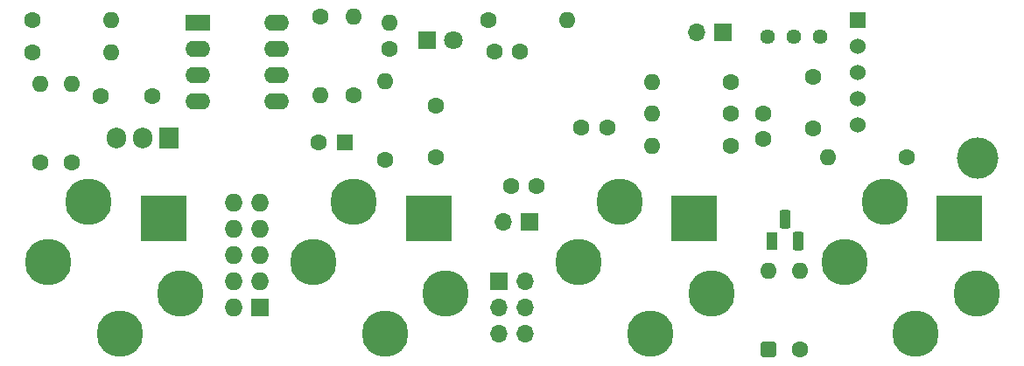
<source format=gbr>
%TF.GenerationSoftware,KiCad,Pcbnew,(5.99.0-12964-g8e5cbc5cf0)*%
%TF.CreationDate,2021-11-17T19:32:36+00:00*%
%TF.ProjectId,board,626f6172-642e-46b6-9963-61645f706362,rev?*%
%TF.SameCoordinates,Original*%
%TF.FileFunction,Soldermask,Bot*%
%TF.FilePolarity,Negative*%
%FSLAX46Y46*%
G04 Gerber Fmt 4.6, Leading zero omitted, Abs format (unit mm)*
G04 Created by KiCad (PCBNEW (5.99.0-12964-g8e5cbc5cf0)) date 2021-11-17 19:32:36*
%MOMM*%
%LPD*%
G01*
G04 APERTURE LIST*
G04 Aperture macros list*
%AMRoundRect*
0 Rectangle with rounded corners*
0 $1 Rounding radius*
0 $2 $3 $4 $5 $6 $7 $8 $9 X,Y pos of 4 corners*
0 Add a 4 corners polygon primitive as box body*
4,1,4,$2,$3,$4,$5,$6,$7,$8,$9,$2,$3,0*
0 Add four circle primitives for the rounded corners*
1,1,$1+$1,$2,$3*
1,1,$1+$1,$4,$5*
1,1,$1+$1,$6,$7*
1,1,$1+$1,$8,$9*
0 Add four rect primitives between the rounded corners*
20,1,$1+$1,$2,$3,$4,$5,0*
20,1,$1+$1,$4,$5,$6,$7,0*
20,1,$1+$1,$6,$7,$8,$9,0*
20,1,$1+$1,$8,$9,$2,$3,0*%
G04 Aperture macros list end*
%ADD10C,4.000000*%
%ADD11C,1.600000*%
%ADD12O,1.600000X1.600000*%
%ADD13R,1.700000X1.700000*%
%ADD14O,1.700000X1.700000*%
%ADD15R,1.800000X1.800000*%
%ADD16C,1.800000*%
%ADD17R,2.400000X1.600000*%
%ADD18O,2.400000X1.600000*%
%ADD19R,1.600000X1.600000*%
%ADD20R,1.905000X2.000000*%
%ADD21O,1.905000X2.000000*%
%ADD22R,1.100000X1.800000*%
%ADD23RoundRect,0.275000X-0.275000X-0.625000X0.275000X-0.625000X0.275000X0.625000X-0.275000X0.625000X0*%
%ADD24R,1.727200X1.727200*%
%ADD25O,1.727200X1.727200*%
%ADD26C,1.440000*%
%ADD27RoundRect,0.400000X0.400000X-0.400000X0.400000X0.400000X-0.400000X0.400000X-0.400000X-0.400000X0*%
%ADD28R,1.524000X1.524000*%
%ADD29C,1.524000*%
%ADD30C,4.500001*%
%ADD31R,4.500001X4.500001*%
%ADD32C,4.500000*%
G04 APERTURE END LIST*
D10*
%TO.C,TP1*%
X172500000Y-130000000D03*
%TD*%
D11*
%TO.C,R13*%
X155300000Y-148510000D03*
D12*
X155300000Y-140890000D03*
%TD*%
D11*
%TO.C,R7*%
X148610000Y-125700000D03*
D12*
X140990000Y-125700000D03*
%TD*%
D13*
%TO.C,BTN1*%
X147875000Y-117800000D03*
D14*
X145335000Y-117800000D03*
%TD*%
D11*
%TO.C,C2*%
X125750000Y-119700000D03*
X128250000Y-119700000D03*
%TD*%
%TO.C,C6*%
X87700000Y-124000000D03*
X92700000Y-124000000D03*
%TD*%
%TO.C,R6*%
X81800000Y-130410000D03*
D12*
X81800000Y-122790000D03*
%TD*%
D11*
%TO.C,C4*%
X127350000Y-132700000D03*
X129850000Y-132700000D03*
%TD*%
D15*
%TO.C,D1*%
X119225000Y-118600000D03*
D16*
X121765000Y-118600000D03*
%TD*%
D17*
%TO.C,U4*%
X97100000Y-116900000D03*
D18*
X97100000Y-119440000D03*
X97100000Y-121980000D03*
X97100000Y-124520000D03*
X104720000Y-124520000D03*
X104720000Y-121980000D03*
X104720000Y-119440000D03*
X104720000Y-116900000D03*
%TD*%
D19*
%TO.C,C5*%
X111282380Y-128500000D03*
D11*
X108782380Y-128500000D03*
%TD*%
%TO.C,R8*%
X148610000Y-128800000D03*
D12*
X140990000Y-128800000D03*
%TD*%
D20*
%TO.C,U2*%
X94240000Y-128100000D03*
D21*
X91700000Y-128100000D03*
X89160000Y-128100000D03*
%TD*%
D11*
%TO.C,C1*%
X120100000Y-129900000D03*
X120100000Y-124900000D03*
%TD*%
D13*
%TO.C,RST1*%
X129175000Y-136200000D03*
D14*
X126635000Y-136200000D03*
%TD*%
D11*
%TO.C,R14*%
X165610000Y-129900000D03*
D12*
X157990000Y-129900000D03*
%TD*%
D22*
%TO.C,Q1*%
X152634292Y-138020000D03*
D23*
X153904292Y-135950000D03*
X155174292Y-138020000D03*
%TD*%
D11*
%TO.C,C3*%
X134150000Y-127000000D03*
X136650000Y-127000000D03*
%TD*%
%TO.C,R4*%
X81090000Y-119800000D03*
D12*
X88710000Y-119800000D03*
%TD*%
D11*
%TO.C,R5*%
X84900000Y-130410000D03*
D12*
X84900000Y-122790000D03*
%TD*%
D24*
%TO.C,J1*%
X103070000Y-144480000D03*
D25*
X100530000Y-144480000D03*
X103070000Y-141940000D03*
X100530000Y-141940000D03*
X103070000Y-139400000D03*
X100530000Y-139400000D03*
X103070000Y-136860000D03*
X100530000Y-136860000D03*
X103070000Y-134320000D03*
X100530000Y-134320000D03*
%TD*%
D11*
%TO.C,R1*%
X125190000Y-116600000D03*
D12*
X132810000Y-116600000D03*
%TD*%
D26*
%TO.C,RV1*%
X157250000Y-118200000D03*
X154710000Y-118200000D03*
X152170000Y-118200000D03*
%TD*%
D11*
%TO.C,R9*%
X148620000Y-122600000D03*
D12*
X141000000Y-122600000D03*
%TD*%
D11*
%TO.C,R2*%
X115600000Y-119445000D03*
D12*
X115600000Y-116905000D03*
%TD*%
D11*
%TO.C,C7*%
X156600000Y-122100000D03*
X156600000Y-127100000D03*
%TD*%
%TO.C,R12*%
X115200000Y-130210000D03*
D12*
X115200000Y-122590000D03*
%TD*%
D11*
%TO.C,R11*%
X108900000Y-116290000D03*
D12*
X108900000Y-123910000D03*
%TD*%
D27*
%TO.C,D2*%
X152300000Y-148510000D03*
D12*
X152300000Y-140890000D03*
%TD*%
D11*
%TO.C,C8*%
X151800000Y-125650000D03*
X151800000Y-128150000D03*
%TD*%
D14*
%TO.C,SWD1*%
X128765000Y-147055000D03*
X126225000Y-147055000D03*
X128765000Y-144515000D03*
X126225000Y-144515000D03*
X128765000Y-141975000D03*
D13*
X126225000Y-141975000D03*
%TD*%
D11*
%TO.C,R10*%
X112100000Y-123910000D03*
D12*
X112100000Y-116290000D03*
%TD*%
D11*
%TO.C,R3*%
X81090000Y-116600000D03*
D12*
X88710000Y-116600000D03*
%TD*%
D28*
%TO.C,USB1*%
X160895000Y-116615000D03*
D29*
X160895000Y-119155000D03*
X160895000Y-121695000D03*
X160895000Y-124235000D03*
X160895000Y-126775000D03*
%TD*%
D30*
%TO.C,GATE_IN1*%
X166500000Y-147000000D03*
X172400000Y-143100000D03*
D31*
X170740000Y-135860000D03*
D32*
X159600000Y-140100000D03*
X163500000Y-134200000D03*
%TD*%
D30*
%TO.C,CV_IN1*%
X140833334Y-147000000D03*
X146733334Y-143100000D03*
D31*
X145073334Y-135860000D03*
D32*
X133933334Y-140100000D03*
X137833334Y-134200000D03*
%TD*%
D30*
%TO.C,HONK_OUT1*%
X89500000Y-147000000D03*
X95400000Y-143100000D03*
D31*
X93740000Y-135860000D03*
D32*
X82600000Y-140100000D03*
X86500000Y-134200000D03*
%TD*%
D30*
%TO.C,GATE_OUT1*%
X115166668Y-147000000D03*
X121066668Y-143100000D03*
D31*
X119406668Y-135860000D03*
D32*
X108266668Y-140100000D03*
X112166668Y-134200000D03*
%TD*%
M02*

</source>
